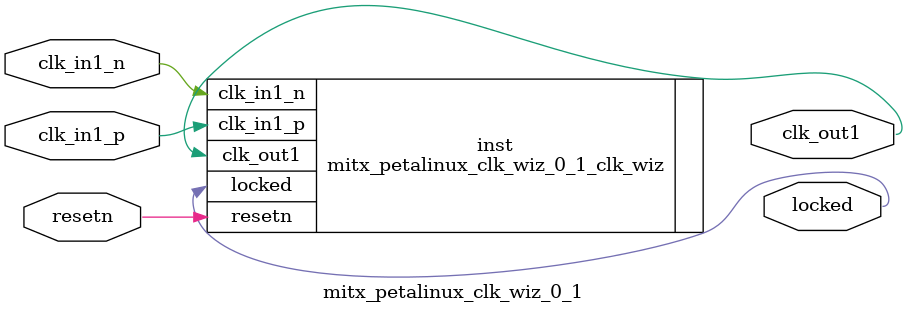
<source format=v>


`timescale 1ps/1ps

(* CORE_GENERATION_INFO = "mitx_petalinux_clk_wiz_0_1,clk_wiz_v5_4_1_0,{component_name=mitx_petalinux_clk_wiz_0_1,use_phase_alignment=true,use_min_o_jitter=false,use_max_i_jitter=false,use_dyn_phase_shift=false,use_inclk_switchover=false,use_dyn_reconfig=false,enable_axi=0,feedback_source=FDBK_AUTO,PRIMITIVE=MMCM,num_out_clk=1,clkin1_period=5.000,clkin2_period=10.0,use_power_down=false,use_reset=true,use_locked=true,use_inclk_stopped=false,feedback_type=SINGLE,CLOCK_MGR_TYPE=NA,manual_override=false}" *)

module mitx_petalinux_clk_wiz_0_1 
 (
  // Clock out ports
  output        clk_out1,
  // Status and control signals
  input         resetn,
  output        locked,
 // Clock in ports
  input         clk_in1_p,
  input         clk_in1_n
 );

  mitx_petalinux_clk_wiz_0_1_clk_wiz inst
  (
  // Clock out ports  
  .clk_out1(clk_out1),
  // Status and control signals               
  .resetn(resetn), 
  .locked(locked),
 // Clock in ports
  .clk_in1_p(clk_in1_p),
  .clk_in1_n(clk_in1_n)
  );

endmodule

</source>
